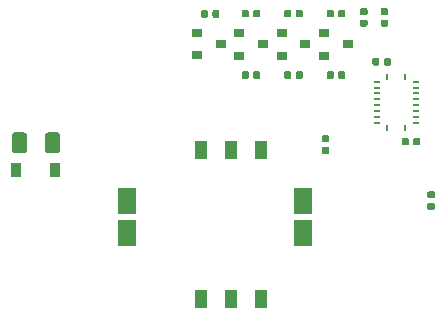
<source format=gbr>
G04 #@! TF.GenerationSoftware,KiCad,Pcbnew,(5.1.5-0-10_14)*
G04 #@! TF.CreationDate,2020-03-09T21:53:23-07:00*
G04 #@! TF.ProjectId,R1,52312e6b-6963-4616-945f-706362585858,rev?*
G04 #@! TF.SameCoordinates,Original*
G04 #@! TF.FileFunction,Paste,Bot*
G04 #@! TF.FilePolarity,Positive*
%FSLAX46Y46*%
G04 Gerber Fmt 4.6, Leading zero omitted, Abs format (unit mm)*
G04 Created by KiCad (PCBNEW (5.1.5-0-10_14)) date 2020-03-09 21:53:23*
%MOMM*%
%LPD*%
G04 APERTURE LIST*
%ADD10C,0.100000*%
%ADD11R,1.000000X1.500000*%
%ADD12R,1.500000X2.200000*%
%ADD13R,0.240000X0.600000*%
%ADD14R,0.600000X0.240000*%
%ADD15R,0.900000X0.800000*%
%ADD16R,0.900000X1.200000*%
G04 APERTURE END LIST*
D10*
G36*
X165386958Y-104690710D02*
G01*
X165401276Y-104692834D01*
X165415317Y-104696351D01*
X165428946Y-104701228D01*
X165442031Y-104707417D01*
X165454447Y-104714858D01*
X165466073Y-104723481D01*
X165476798Y-104733202D01*
X165486519Y-104743927D01*
X165495142Y-104755553D01*
X165502583Y-104767969D01*
X165508772Y-104781054D01*
X165513649Y-104794683D01*
X165517166Y-104808724D01*
X165519290Y-104823042D01*
X165520000Y-104837500D01*
X165520000Y-105132500D01*
X165519290Y-105146958D01*
X165517166Y-105161276D01*
X165513649Y-105175317D01*
X165508772Y-105188946D01*
X165502583Y-105202031D01*
X165495142Y-105214447D01*
X165486519Y-105226073D01*
X165476798Y-105236798D01*
X165466073Y-105246519D01*
X165454447Y-105255142D01*
X165442031Y-105262583D01*
X165428946Y-105268772D01*
X165415317Y-105273649D01*
X165401276Y-105277166D01*
X165386958Y-105279290D01*
X165372500Y-105280000D01*
X165027500Y-105280000D01*
X165013042Y-105279290D01*
X164998724Y-105277166D01*
X164984683Y-105273649D01*
X164971054Y-105268772D01*
X164957969Y-105262583D01*
X164945553Y-105255142D01*
X164933927Y-105246519D01*
X164923202Y-105236798D01*
X164913481Y-105226073D01*
X164904858Y-105214447D01*
X164897417Y-105202031D01*
X164891228Y-105188946D01*
X164886351Y-105175317D01*
X164882834Y-105161276D01*
X164880710Y-105146958D01*
X164880000Y-105132500D01*
X164880000Y-104837500D01*
X164880710Y-104823042D01*
X164882834Y-104808724D01*
X164886351Y-104794683D01*
X164891228Y-104781054D01*
X164897417Y-104767969D01*
X164904858Y-104755553D01*
X164913481Y-104743927D01*
X164923202Y-104733202D01*
X164933927Y-104723481D01*
X164945553Y-104714858D01*
X164957969Y-104707417D01*
X164971054Y-104701228D01*
X164984683Y-104696351D01*
X164998724Y-104692834D01*
X165013042Y-104690710D01*
X165027500Y-104690000D01*
X165372500Y-104690000D01*
X165386958Y-104690710D01*
G37*
G36*
X165386958Y-103720710D02*
G01*
X165401276Y-103722834D01*
X165415317Y-103726351D01*
X165428946Y-103731228D01*
X165442031Y-103737417D01*
X165454447Y-103744858D01*
X165466073Y-103753481D01*
X165476798Y-103763202D01*
X165486519Y-103773927D01*
X165495142Y-103785553D01*
X165502583Y-103797969D01*
X165508772Y-103811054D01*
X165513649Y-103824683D01*
X165517166Y-103838724D01*
X165519290Y-103853042D01*
X165520000Y-103867500D01*
X165520000Y-104162500D01*
X165519290Y-104176958D01*
X165517166Y-104191276D01*
X165513649Y-104205317D01*
X165508772Y-104218946D01*
X165502583Y-104232031D01*
X165495142Y-104244447D01*
X165486519Y-104256073D01*
X165476798Y-104266798D01*
X165466073Y-104276519D01*
X165454447Y-104285142D01*
X165442031Y-104292583D01*
X165428946Y-104298772D01*
X165415317Y-104303649D01*
X165401276Y-104307166D01*
X165386958Y-104309290D01*
X165372500Y-104310000D01*
X165027500Y-104310000D01*
X165013042Y-104309290D01*
X164998724Y-104307166D01*
X164984683Y-104303649D01*
X164971054Y-104298772D01*
X164957969Y-104292583D01*
X164945553Y-104285142D01*
X164933927Y-104276519D01*
X164923202Y-104266798D01*
X164913481Y-104256073D01*
X164904858Y-104244447D01*
X164897417Y-104232031D01*
X164891228Y-104218946D01*
X164886351Y-104205317D01*
X164882834Y-104191276D01*
X164880710Y-104176958D01*
X164880000Y-104162500D01*
X164880000Y-103867500D01*
X164880710Y-103853042D01*
X164882834Y-103838724D01*
X164886351Y-103824683D01*
X164891228Y-103811054D01*
X164897417Y-103797969D01*
X164904858Y-103785553D01*
X164913481Y-103773927D01*
X164923202Y-103763202D01*
X164933927Y-103753481D01*
X164945553Y-103744858D01*
X164957969Y-103737417D01*
X164971054Y-103731228D01*
X164984683Y-103726351D01*
X164998724Y-103722834D01*
X165013042Y-103720710D01*
X165027500Y-103720000D01*
X165372500Y-103720000D01*
X165386958Y-103720710D01*
G37*
D11*
X150790000Y-100200000D03*
X148250000Y-100200000D03*
X145710000Y-100200000D03*
X150790000Y-112800000D03*
X148250000Y-112800000D03*
X145710000Y-112800000D03*
D12*
X154340000Y-104550000D03*
X154340000Y-107250000D03*
X139440000Y-104550000D03*
X139440000Y-107250000D03*
D10*
G36*
X133549504Y-98726204D02*
G01*
X133573773Y-98729804D01*
X133597571Y-98735765D01*
X133620671Y-98744030D01*
X133642849Y-98754520D01*
X133663893Y-98767133D01*
X133683598Y-98781747D01*
X133701777Y-98798223D01*
X133718253Y-98816402D01*
X133732867Y-98836107D01*
X133745480Y-98857151D01*
X133755970Y-98879329D01*
X133764235Y-98902429D01*
X133770196Y-98926227D01*
X133773796Y-98950496D01*
X133775000Y-98975000D01*
X133775000Y-100225000D01*
X133773796Y-100249504D01*
X133770196Y-100273773D01*
X133764235Y-100297571D01*
X133755970Y-100320671D01*
X133745480Y-100342849D01*
X133732867Y-100363893D01*
X133718253Y-100383598D01*
X133701777Y-100401777D01*
X133683598Y-100418253D01*
X133663893Y-100432867D01*
X133642849Y-100445480D01*
X133620671Y-100455970D01*
X133597571Y-100464235D01*
X133573773Y-100470196D01*
X133549504Y-100473796D01*
X133525000Y-100475000D01*
X132775000Y-100475000D01*
X132750496Y-100473796D01*
X132726227Y-100470196D01*
X132702429Y-100464235D01*
X132679329Y-100455970D01*
X132657151Y-100445480D01*
X132636107Y-100432867D01*
X132616402Y-100418253D01*
X132598223Y-100401777D01*
X132581747Y-100383598D01*
X132567133Y-100363893D01*
X132554520Y-100342849D01*
X132544030Y-100320671D01*
X132535765Y-100297571D01*
X132529804Y-100273773D01*
X132526204Y-100249504D01*
X132525000Y-100225000D01*
X132525000Y-98975000D01*
X132526204Y-98950496D01*
X132529804Y-98926227D01*
X132535765Y-98902429D01*
X132544030Y-98879329D01*
X132554520Y-98857151D01*
X132567133Y-98836107D01*
X132581747Y-98816402D01*
X132598223Y-98798223D01*
X132616402Y-98781747D01*
X132636107Y-98767133D01*
X132657151Y-98754520D01*
X132679329Y-98744030D01*
X132702429Y-98735765D01*
X132726227Y-98729804D01*
X132750496Y-98726204D01*
X132775000Y-98725000D01*
X133525000Y-98725000D01*
X133549504Y-98726204D01*
G37*
G36*
X130749504Y-98726204D02*
G01*
X130773773Y-98729804D01*
X130797571Y-98735765D01*
X130820671Y-98744030D01*
X130842849Y-98754520D01*
X130863893Y-98767133D01*
X130883598Y-98781747D01*
X130901777Y-98798223D01*
X130918253Y-98816402D01*
X130932867Y-98836107D01*
X130945480Y-98857151D01*
X130955970Y-98879329D01*
X130964235Y-98902429D01*
X130970196Y-98926227D01*
X130973796Y-98950496D01*
X130975000Y-98975000D01*
X130975000Y-100225000D01*
X130973796Y-100249504D01*
X130970196Y-100273773D01*
X130964235Y-100297571D01*
X130955970Y-100320671D01*
X130945480Y-100342849D01*
X130932867Y-100363893D01*
X130918253Y-100383598D01*
X130901777Y-100401777D01*
X130883598Y-100418253D01*
X130863893Y-100432867D01*
X130842849Y-100445480D01*
X130820671Y-100455970D01*
X130797571Y-100464235D01*
X130773773Y-100470196D01*
X130749504Y-100473796D01*
X130725000Y-100475000D01*
X129975000Y-100475000D01*
X129950496Y-100473796D01*
X129926227Y-100470196D01*
X129902429Y-100464235D01*
X129879329Y-100455970D01*
X129857151Y-100445480D01*
X129836107Y-100432867D01*
X129816402Y-100418253D01*
X129798223Y-100401777D01*
X129781747Y-100383598D01*
X129767133Y-100363893D01*
X129754520Y-100342849D01*
X129744030Y-100320671D01*
X129735765Y-100297571D01*
X129729804Y-100273773D01*
X129726204Y-100249504D01*
X129725000Y-100225000D01*
X129725000Y-98975000D01*
X129726204Y-98950496D01*
X129729804Y-98926227D01*
X129735765Y-98902429D01*
X129744030Y-98879329D01*
X129754520Y-98857151D01*
X129767133Y-98836107D01*
X129781747Y-98816402D01*
X129798223Y-98798223D01*
X129816402Y-98781747D01*
X129836107Y-98767133D01*
X129857151Y-98754520D01*
X129879329Y-98744030D01*
X129902429Y-98735765D01*
X129926227Y-98729804D01*
X129950496Y-98726204D01*
X129975000Y-98725000D01*
X130725000Y-98725000D01*
X130749504Y-98726204D01*
G37*
D13*
X161506249Y-98331250D03*
X163006249Y-98331250D03*
D14*
X163906249Y-97931250D03*
X163906249Y-97431250D03*
X163906249Y-96931250D03*
X163906249Y-96431250D03*
X163906249Y-95931250D03*
X163906249Y-95431250D03*
X163906249Y-94931250D03*
X163906249Y-94431250D03*
D13*
X163006249Y-94031250D03*
X161506249Y-94031250D03*
D14*
X160606249Y-94431250D03*
X160606249Y-94931250D03*
X160606249Y-95431250D03*
X160606249Y-95931250D03*
X160606249Y-96431250D03*
X160606249Y-96931250D03*
X160606249Y-97431250D03*
X160606249Y-97931250D03*
D10*
G36*
X161436958Y-88205710D02*
G01*
X161451276Y-88207834D01*
X161465317Y-88211351D01*
X161478946Y-88216228D01*
X161492031Y-88222417D01*
X161504447Y-88229858D01*
X161516073Y-88238481D01*
X161526798Y-88248202D01*
X161536519Y-88258927D01*
X161545142Y-88270553D01*
X161552583Y-88282969D01*
X161558772Y-88296054D01*
X161563649Y-88309683D01*
X161567166Y-88323724D01*
X161569290Y-88338042D01*
X161570000Y-88352500D01*
X161570000Y-88647500D01*
X161569290Y-88661958D01*
X161567166Y-88676276D01*
X161563649Y-88690317D01*
X161558772Y-88703946D01*
X161552583Y-88717031D01*
X161545142Y-88729447D01*
X161536519Y-88741073D01*
X161526798Y-88751798D01*
X161516073Y-88761519D01*
X161504447Y-88770142D01*
X161492031Y-88777583D01*
X161478946Y-88783772D01*
X161465317Y-88788649D01*
X161451276Y-88792166D01*
X161436958Y-88794290D01*
X161422500Y-88795000D01*
X161077500Y-88795000D01*
X161063042Y-88794290D01*
X161048724Y-88792166D01*
X161034683Y-88788649D01*
X161021054Y-88783772D01*
X161007969Y-88777583D01*
X160995553Y-88770142D01*
X160983927Y-88761519D01*
X160973202Y-88751798D01*
X160963481Y-88741073D01*
X160954858Y-88729447D01*
X160947417Y-88717031D01*
X160941228Y-88703946D01*
X160936351Y-88690317D01*
X160932834Y-88676276D01*
X160930710Y-88661958D01*
X160930000Y-88647500D01*
X160930000Y-88352500D01*
X160930710Y-88338042D01*
X160932834Y-88323724D01*
X160936351Y-88309683D01*
X160941228Y-88296054D01*
X160947417Y-88282969D01*
X160954858Y-88270553D01*
X160963481Y-88258927D01*
X160973202Y-88248202D01*
X160983927Y-88238481D01*
X160995553Y-88229858D01*
X161007969Y-88222417D01*
X161021054Y-88216228D01*
X161034683Y-88211351D01*
X161048724Y-88207834D01*
X161063042Y-88205710D01*
X161077500Y-88205000D01*
X161422500Y-88205000D01*
X161436958Y-88205710D01*
G37*
G36*
X161436958Y-89175710D02*
G01*
X161451276Y-89177834D01*
X161465317Y-89181351D01*
X161478946Y-89186228D01*
X161492031Y-89192417D01*
X161504447Y-89199858D01*
X161516073Y-89208481D01*
X161526798Y-89218202D01*
X161536519Y-89228927D01*
X161545142Y-89240553D01*
X161552583Y-89252969D01*
X161558772Y-89266054D01*
X161563649Y-89279683D01*
X161567166Y-89293724D01*
X161569290Y-89308042D01*
X161570000Y-89322500D01*
X161570000Y-89617500D01*
X161569290Y-89631958D01*
X161567166Y-89646276D01*
X161563649Y-89660317D01*
X161558772Y-89673946D01*
X161552583Y-89687031D01*
X161545142Y-89699447D01*
X161536519Y-89711073D01*
X161526798Y-89721798D01*
X161516073Y-89731519D01*
X161504447Y-89740142D01*
X161492031Y-89747583D01*
X161478946Y-89753772D01*
X161465317Y-89758649D01*
X161451276Y-89762166D01*
X161436958Y-89764290D01*
X161422500Y-89765000D01*
X161077500Y-89765000D01*
X161063042Y-89764290D01*
X161048724Y-89762166D01*
X161034683Y-89758649D01*
X161021054Y-89753772D01*
X161007969Y-89747583D01*
X160995553Y-89740142D01*
X160983927Y-89731519D01*
X160973202Y-89721798D01*
X160963481Y-89711073D01*
X160954858Y-89699447D01*
X160947417Y-89687031D01*
X160941228Y-89673946D01*
X160936351Y-89660317D01*
X160932834Y-89646276D01*
X160930710Y-89631958D01*
X160930000Y-89617500D01*
X160930000Y-89322500D01*
X160930710Y-89308042D01*
X160932834Y-89293724D01*
X160936351Y-89279683D01*
X160941228Y-89266054D01*
X160947417Y-89252969D01*
X160954858Y-89240553D01*
X160963481Y-89228927D01*
X160973202Y-89218202D01*
X160983927Y-89208481D01*
X160995553Y-89199858D01*
X161007969Y-89192417D01*
X161021054Y-89186228D01*
X161034683Y-89181351D01*
X161048724Y-89177834D01*
X161063042Y-89175710D01*
X161077500Y-89175000D01*
X161422500Y-89175000D01*
X161436958Y-89175710D01*
G37*
G36*
X159686958Y-88205710D02*
G01*
X159701276Y-88207834D01*
X159715317Y-88211351D01*
X159728946Y-88216228D01*
X159742031Y-88222417D01*
X159754447Y-88229858D01*
X159766073Y-88238481D01*
X159776798Y-88248202D01*
X159786519Y-88258927D01*
X159795142Y-88270553D01*
X159802583Y-88282969D01*
X159808772Y-88296054D01*
X159813649Y-88309683D01*
X159817166Y-88323724D01*
X159819290Y-88338042D01*
X159820000Y-88352500D01*
X159820000Y-88647500D01*
X159819290Y-88661958D01*
X159817166Y-88676276D01*
X159813649Y-88690317D01*
X159808772Y-88703946D01*
X159802583Y-88717031D01*
X159795142Y-88729447D01*
X159786519Y-88741073D01*
X159776798Y-88751798D01*
X159766073Y-88761519D01*
X159754447Y-88770142D01*
X159742031Y-88777583D01*
X159728946Y-88783772D01*
X159715317Y-88788649D01*
X159701276Y-88792166D01*
X159686958Y-88794290D01*
X159672500Y-88795000D01*
X159327500Y-88795000D01*
X159313042Y-88794290D01*
X159298724Y-88792166D01*
X159284683Y-88788649D01*
X159271054Y-88783772D01*
X159257969Y-88777583D01*
X159245553Y-88770142D01*
X159233927Y-88761519D01*
X159223202Y-88751798D01*
X159213481Y-88741073D01*
X159204858Y-88729447D01*
X159197417Y-88717031D01*
X159191228Y-88703946D01*
X159186351Y-88690317D01*
X159182834Y-88676276D01*
X159180710Y-88661958D01*
X159180000Y-88647500D01*
X159180000Y-88352500D01*
X159180710Y-88338042D01*
X159182834Y-88323724D01*
X159186351Y-88309683D01*
X159191228Y-88296054D01*
X159197417Y-88282969D01*
X159204858Y-88270553D01*
X159213481Y-88258927D01*
X159223202Y-88248202D01*
X159233927Y-88238481D01*
X159245553Y-88229858D01*
X159257969Y-88222417D01*
X159271054Y-88216228D01*
X159284683Y-88211351D01*
X159298724Y-88207834D01*
X159313042Y-88205710D01*
X159327500Y-88205000D01*
X159672500Y-88205000D01*
X159686958Y-88205710D01*
G37*
G36*
X159686958Y-89175710D02*
G01*
X159701276Y-89177834D01*
X159715317Y-89181351D01*
X159728946Y-89186228D01*
X159742031Y-89192417D01*
X159754447Y-89199858D01*
X159766073Y-89208481D01*
X159776798Y-89218202D01*
X159786519Y-89228927D01*
X159795142Y-89240553D01*
X159802583Y-89252969D01*
X159808772Y-89266054D01*
X159813649Y-89279683D01*
X159817166Y-89293724D01*
X159819290Y-89308042D01*
X159820000Y-89322500D01*
X159820000Y-89617500D01*
X159819290Y-89631958D01*
X159817166Y-89646276D01*
X159813649Y-89660317D01*
X159808772Y-89673946D01*
X159802583Y-89687031D01*
X159795142Y-89699447D01*
X159786519Y-89711073D01*
X159776798Y-89721798D01*
X159766073Y-89731519D01*
X159754447Y-89740142D01*
X159742031Y-89747583D01*
X159728946Y-89753772D01*
X159715317Y-89758649D01*
X159701276Y-89762166D01*
X159686958Y-89764290D01*
X159672500Y-89765000D01*
X159327500Y-89765000D01*
X159313042Y-89764290D01*
X159298724Y-89762166D01*
X159284683Y-89758649D01*
X159271054Y-89753772D01*
X159257969Y-89747583D01*
X159245553Y-89740142D01*
X159233927Y-89731519D01*
X159223202Y-89721798D01*
X159213481Y-89711073D01*
X159204858Y-89699447D01*
X159197417Y-89687031D01*
X159191228Y-89673946D01*
X159186351Y-89660317D01*
X159182834Y-89646276D01*
X159180710Y-89631958D01*
X159180000Y-89617500D01*
X159180000Y-89322500D01*
X159180710Y-89308042D01*
X159182834Y-89293724D01*
X159186351Y-89279683D01*
X159191228Y-89266054D01*
X159197417Y-89252969D01*
X159204858Y-89240553D01*
X159213481Y-89228927D01*
X159223202Y-89218202D01*
X159233927Y-89208481D01*
X159245553Y-89199858D01*
X159257969Y-89192417D01*
X159271054Y-89186228D01*
X159284683Y-89181351D01*
X159298724Y-89177834D01*
X159313042Y-89175710D01*
X159327500Y-89175000D01*
X159672500Y-89175000D01*
X159686958Y-89175710D01*
G37*
G36*
X147146958Y-88380710D02*
G01*
X147161276Y-88382834D01*
X147175317Y-88386351D01*
X147188946Y-88391228D01*
X147202031Y-88397417D01*
X147214447Y-88404858D01*
X147226073Y-88413481D01*
X147236798Y-88423202D01*
X147246519Y-88433927D01*
X147255142Y-88445553D01*
X147262583Y-88457969D01*
X147268772Y-88471054D01*
X147273649Y-88484683D01*
X147277166Y-88498724D01*
X147279290Y-88513042D01*
X147280000Y-88527500D01*
X147280000Y-88872500D01*
X147279290Y-88886958D01*
X147277166Y-88901276D01*
X147273649Y-88915317D01*
X147268772Y-88928946D01*
X147262583Y-88942031D01*
X147255142Y-88954447D01*
X147246519Y-88966073D01*
X147236798Y-88976798D01*
X147226073Y-88986519D01*
X147214447Y-88995142D01*
X147202031Y-89002583D01*
X147188946Y-89008772D01*
X147175317Y-89013649D01*
X147161276Y-89017166D01*
X147146958Y-89019290D01*
X147132500Y-89020000D01*
X146837500Y-89020000D01*
X146823042Y-89019290D01*
X146808724Y-89017166D01*
X146794683Y-89013649D01*
X146781054Y-89008772D01*
X146767969Y-89002583D01*
X146755553Y-88995142D01*
X146743927Y-88986519D01*
X146733202Y-88976798D01*
X146723481Y-88966073D01*
X146714858Y-88954447D01*
X146707417Y-88942031D01*
X146701228Y-88928946D01*
X146696351Y-88915317D01*
X146692834Y-88901276D01*
X146690710Y-88886958D01*
X146690000Y-88872500D01*
X146690000Y-88527500D01*
X146690710Y-88513042D01*
X146692834Y-88498724D01*
X146696351Y-88484683D01*
X146701228Y-88471054D01*
X146707417Y-88457969D01*
X146714858Y-88445553D01*
X146723481Y-88433927D01*
X146733202Y-88423202D01*
X146743927Y-88413481D01*
X146755553Y-88404858D01*
X146767969Y-88397417D01*
X146781054Y-88391228D01*
X146794683Y-88386351D01*
X146808724Y-88382834D01*
X146823042Y-88380710D01*
X146837500Y-88380000D01*
X147132500Y-88380000D01*
X147146958Y-88380710D01*
G37*
G36*
X146176958Y-88380710D02*
G01*
X146191276Y-88382834D01*
X146205317Y-88386351D01*
X146218946Y-88391228D01*
X146232031Y-88397417D01*
X146244447Y-88404858D01*
X146256073Y-88413481D01*
X146266798Y-88423202D01*
X146276519Y-88433927D01*
X146285142Y-88445553D01*
X146292583Y-88457969D01*
X146298772Y-88471054D01*
X146303649Y-88484683D01*
X146307166Y-88498724D01*
X146309290Y-88513042D01*
X146310000Y-88527500D01*
X146310000Y-88872500D01*
X146309290Y-88886958D01*
X146307166Y-88901276D01*
X146303649Y-88915317D01*
X146298772Y-88928946D01*
X146292583Y-88942031D01*
X146285142Y-88954447D01*
X146276519Y-88966073D01*
X146266798Y-88976798D01*
X146256073Y-88986519D01*
X146244447Y-88995142D01*
X146232031Y-89002583D01*
X146218946Y-89008772D01*
X146205317Y-89013649D01*
X146191276Y-89017166D01*
X146176958Y-89019290D01*
X146162500Y-89020000D01*
X145867500Y-89020000D01*
X145853042Y-89019290D01*
X145838724Y-89017166D01*
X145824683Y-89013649D01*
X145811054Y-89008772D01*
X145797969Y-89002583D01*
X145785553Y-88995142D01*
X145773927Y-88986519D01*
X145763202Y-88976798D01*
X145753481Y-88966073D01*
X145744858Y-88954447D01*
X145737417Y-88942031D01*
X145731228Y-88928946D01*
X145726351Y-88915317D01*
X145722834Y-88901276D01*
X145720710Y-88886958D01*
X145720000Y-88872500D01*
X145720000Y-88527500D01*
X145720710Y-88513042D01*
X145722834Y-88498724D01*
X145726351Y-88484683D01*
X145731228Y-88471054D01*
X145737417Y-88457969D01*
X145744858Y-88445553D01*
X145753481Y-88433927D01*
X145763202Y-88423202D01*
X145773927Y-88413481D01*
X145785553Y-88404858D01*
X145797969Y-88397417D01*
X145811054Y-88391228D01*
X145824683Y-88386351D01*
X145838724Y-88382834D01*
X145853042Y-88380710D01*
X145867500Y-88380000D01*
X146162500Y-88380000D01*
X146176958Y-88380710D01*
G37*
G36*
X157796958Y-88355710D02*
G01*
X157811276Y-88357834D01*
X157825317Y-88361351D01*
X157838946Y-88366228D01*
X157852031Y-88372417D01*
X157864447Y-88379858D01*
X157876073Y-88388481D01*
X157886798Y-88398202D01*
X157896519Y-88408927D01*
X157905142Y-88420553D01*
X157912583Y-88432969D01*
X157918772Y-88446054D01*
X157923649Y-88459683D01*
X157927166Y-88473724D01*
X157929290Y-88488042D01*
X157930000Y-88502500D01*
X157930000Y-88847500D01*
X157929290Y-88861958D01*
X157927166Y-88876276D01*
X157923649Y-88890317D01*
X157918772Y-88903946D01*
X157912583Y-88917031D01*
X157905142Y-88929447D01*
X157896519Y-88941073D01*
X157886798Y-88951798D01*
X157876073Y-88961519D01*
X157864447Y-88970142D01*
X157852031Y-88977583D01*
X157838946Y-88983772D01*
X157825317Y-88988649D01*
X157811276Y-88992166D01*
X157796958Y-88994290D01*
X157782500Y-88995000D01*
X157487500Y-88995000D01*
X157473042Y-88994290D01*
X157458724Y-88992166D01*
X157444683Y-88988649D01*
X157431054Y-88983772D01*
X157417969Y-88977583D01*
X157405553Y-88970142D01*
X157393927Y-88961519D01*
X157383202Y-88951798D01*
X157373481Y-88941073D01*
X157364858Y-88929447D01*
X157357417Y-88917031D01*
X157351228Y-88903946D01*
X157346351Y-88890317D01*
X157342834Y-88876276D01*
X157340710Y-88861958D01*
X157340000Y-88847500D01*
X157340000Y-88502500D01*
X157340710Y-88488042D01*
X157342834Y-88473724D01*
X157346351Y-88459683D01*
X157351228Y-88446054D01*
X157357417Y-88432969D01*
X157364858Y-88420553D01*
X157373481Y-88408927D01*
X157383202Y-88398202D01*
X157393927Y-88388481D01*
X157405553Y-88379858D01*
X157417969Y-88372417D01*
X157431054Y-88366228D01*
X157444683Y-88361351D01*
X157458724Y-88357834D01*
X157473042Y-88355710D01*
X157487500Y-88355000D01*
X157782500Y-88355000D01*
X157796958Y-88355710D01*
G37*
G36*
X156826958Y-88355710D02*
G01*
X156841276Y-88357834D01*
X156855317Y-88361351D01*
X156868946Y-88366228D01*
X156882031Y-88372417D01*
X156894447Y-88379858D01*
X156906073Y-88388481D01*
X156916798Y-88398202D01*
X156926519Y-88408927D01*
X156935142Y-88420553D01*
X156942583Y-88432969D01*
X156948772Y-88446054D01*
X156953649Y-88459683D01*
X156957166Y-88473724D01*
X156959290Y-88488042D01*
X156960000Y-88502500D01*
X156960000Y-88847500D01*
X156959290Y-88861958D01*
X156957166Y-88876276D01*
X156953649Y-88890317D01*
X156948772Y-88903946D01*
X156942583Y-88917031D01*
X156935142Y-88929447D01*
X156926519Y-88941073D01*
X156916798Y-88951798D01*
X156906073Y-88961519D01*
X156894447Y-88970142D01*
X156882031Y-88977583D01*
X156868946Y-88983772D01*
X156855317Y-88988649D01*
X156841276Y-88992166D01*
X156826958Y-88994290D01*
X156812500Y-88995000D01*
X156517500Y-88995000D01*
X156503042Y-88994290D01*
X156488724Y-88992166D01*
X156474683Y-88988649D01*
X156461054Y-88983772D01*
X156447969Y-88977583D01*
X156435553Y-88970142D01*
X156423927Y-88961519D01*
X156413202Y-88951798D01*
X156403481Y-88941073D01*
X156394858Y-88929447D01*
X156387417Y-88917031D01*
X156381228Y-88903946D01*
X156376351Y-88890317D01*
X156372834Y-88876276D01*
X156370710Y-88861958D01*
X156370000Y-88847500D01*
X156370000Y-88502500D01*
X156370710Y-88488042D01*
X156372834Y-88473724D01*
X156376351Y-88459683D01*
X156381228Y-88446054D01*
X156387417Y-88432969D01*
X156394858Y-88420553D01*
X156403481Y-88408927D01*
X156413202Y-88398202D01*
X156423927Y-88388481D01*
X156435553Y-88379858D01*
X156447969Y-88372417D01*
X156461054Y-88366228D01*
X156474683Y-88361351D01*
X156488724Y-88357834D01*
X156503042Y-88355710D01*
X156517500Y-88355000D01*
X156812500Y-88355000D01*
X156826958Y-88355710D01*
G37*
G36*
X154196958Y-88355710D02*
G01*
X154211276Y-88357834D01*
X154225317Y-88361351D01*
X154238946Y-88366228D01*
X154252031Y-88372417D01*
X154264447Y-88379858D01*
X154276073Y-88388481D01*
X154286798Y-88398202D01*
X154296519Y-88408927D01*
X154305142Y-88420553D01*
X154312583Y-88432969D01*
X154318772Y-88446054D01*
X154323649Y-88459683D01*
X154327166Y-88473724D01*
X154329290Y-88488042D01*
X154330000Y-88502500D01*
X154330000Y-88847500D01*
X154329290Y-88861958D01*
X154327166Y-88876276D01*
X154323649Y-88890317D01*
X154318772Y-88903946D01*
X154312583Y-88917031D01*
X154305142Y-88929447D01*
X154296519Y-88941073D01*
X154286798Y-88951798D01*
X154276073Y-88961519D01*
X154264447Y-88970142D01*
X154252031Y-88977583D01*
X154238946Y-88983772D01*
X154225317Y-88988649D01*
X154211276Y-88992166D01*
X154196958Y-88994290D01*
X154182500Y-88995000D01*
X153887500Y-88995000D01*
X153873042Y-88994290D01*
X153858724Y-88992166D01*
X153844683Y-88988649D01*
X153831054Y-88983772D01*
X153817969Y-88977583D01*
X153805553Y-88970142D01*
X153793927Y-88961519D01*
X153783202Y-88951798D01*
X153773481Y-88941073D01*
X153764858Y-88929447D01*
X153757417Y-88917031D01*
X153751228Y-88903946D01*
X153746351Y-88890317D01*
X153742834Y-88876276D01*
X153740710Y-88861958D01*
X153740000Y-88847500D01*
X153740000Y-88502500D01*
X153740710Y-88488042D01*
X153742834Y-88473724D01*
X153746351Y-88459683D01*
X153751228Y-88446054D01*
X153757417Y-88432969D01*
X153764858Y-88420553D01*
X153773481Y-88408927D01*
X153783202Y-88398202D01*
X153793927Y-88388481D01*
X153805553Y-88379858D01*
X153817969Y-88372417D01*
X153831054Y-88366228D01*
X153844683Y-88361351D01*
X153858724Y-88357834D01*
X153873042Y-88355710D01*
X153887500Y-88355000D01*
X154182500Y-88355000D01*
X154196958Y-88355710D01*
G37*
G36*
X153226958Y-88355710D02*
G01*
X153241276Y-88357834D01*
X153255317Y-88361351D01*
X153268946Y-88366228D01*
X153282031Y-88372417D01*
X153294447Y-88379858D01*
X153306073Y-88388481D01*
X153316798Y-88398202D01*
X153326519Y-88408927D01*
X153335142Y-88420553D01*
X153342583Y-88432969D01*
X153348772Y-88446054D01*
X153353649Y-88459683D01*
X153357166Y-88473724D01*
X153359290Y-88488042D01*
X153360000Y-88502500D01*
X153360000Y-88847500D01*
X153359290Y-88861958D01*
X153357166Y-88876276D01*
X153353649Y-88890317D01*
X153348772Y-88903946D01*
X153342583Y-88917031D01*
X153335142Y-88929447D01*
X153326519Y-88941073D01*
X153316798Y-88951798D01*
X153306073Y-88961519D01*
X153294447Y-88970142D01*
X153282031Y-88977583D01*
X153268946Y-88983772D01*
X153255317Y-88988649D01*
X153241276Y-88992166D01*
X153226958Y-88994290D01*
X153212500Y-88995000D01*
X152917500Y-88995000D01*
X152903042Y-88994290D01*
X152888724Y-88992166D01*
X152874683Y-88988649D01*
X152861054Y-88983772D01*
X152847969Y-88977583D01*
X152835553Y-88970142D01*
X152823927Y-88961519D01*
X152813202Y-88951798D01*
X152803481Y-88941073D01*
X152794858Y-88929447D01*
X152787417Y-88917031D01*
X152781228Y-88903946D01*
X152776351Y-88890317D01*
X152772834Y-88876276D01*
X152770710Y-88861958D01*
X152770000Y-88847500D01*
X152770000Y-88502500D01*
X152770710Y-88488042D01*
X152772834Y-88473724D01*
X152776351Y-88459683D01*
X152781228Y-88446054D01*
X152787417Y-88432969D01*
X152794858Y-88420553D01*
X152803481Y-88408927D01*
X152813202Y-88398202D01*
X152823927Y-88388481D01*
X152835553Y-88379858D01*
X152847969Y-88372417D01*
X152861054Y-88366228D01*
X152874683Y-88361351D01*
X152888724Y-88357834D01*
X152903042Y-88355710D01*
X152917500Y-88355000D01*
X153212500Y-88355000D01*
X153226958Y-88355710D01*
G37*
G36*
X150596958Y-88355710D02*
G01*
X150611276Y-88357834D01*
X150625317Y-88361351D01*
X150638946Y-88366228D01*
X150652031Y-88372417D01*
X150664447Y-88379858D01*
X150676073Y-88388481D01*
X150686798Y-88398202D01*
X150696519Y-88408927D01*
X150705142Y-88420553D01*
X150712583Y-88432969D01*
X150718772Y-88446054D01*
X150723649Y-88459683D01*
X150727166Y-88473724D01*
X150729290Y-88488042D01*
X150730000Y-88502500D01*
X150730000Y-88847500D01*
X150729290Y-88861958D01*
X150727166Y-88876276D01*
X150723649Y-88890317D01*
X150718772Y-88903946D01*
X150712583Y-88917031D01*
X150705142Y-88929447D01*
X150696519Y-88941073D01*
X150686798Y-88951798D01*
X150676073Y-88961519D01*
X150664447Y-88970142D01*
X150652031Y-88977583D01*
X150638946Y-88983772D01*
X150625317Y-88988649D01*
X150611276Y-88992166D01*
X150596958Y-88994290D01*
X150582500Y-88995000D01*
X150287500Y-88995000D01*
X150273042Y-88994290D01*
X150258724Y-88992166D01*
X150244683Y-88988649D01*
X150231054Y-88983772D01*
X150217969Y-88977583D01*
X150205553Y-88970142D01*
X150193927Y-88961519D01*
X150183202Y-88951798D01*
X150173481Y-88941073D01*
X150164858Y-88929447D01*
X150157417Y-88917031D01*
X150151228Y-88903946D01*
X150146351Y-88890317D01*
X150142834Y-88876276D01*
X150140710Y-88861958D01*
X150140000Y-88847500D01*
X150140000Y-88502500D01*
X150140710Y-88488042D01*
X150142834Y-88473724D01*
X150146351Y-88459683D01*
X150151228Y-88446054D01*
X150157417Y-88432969D01*
X150164858Y-88420553D01*
X150173481Y-88408927D01*
X150183202Y-88398202D01*
X150193927Y-88388481D01*
X150205553Y-88379858D01*
X150217969Y-88372417D01*
X150231054Y-88366228D01*
X150244683Y-88361351D01*
X150258724Y-88357834D01*
X150273042Y-88355710D01*
X150287500Y-88355000D01*
X150582500Y-88355000D01*
X150596958Y-88355710D01*
G37*
G36*
X149626958Y-88355710D02*
G01*
X149641276Y-88357834D01*
X149655317Y-88361351D01*
X149668946Y-88366228D01*
X149682031Y-88372417D01*
X149694447Y-88379858D01*
X149706073Y-88388481D01*
X149716798Y-88398202D01*
X149726519Y-88408927D01*
X149735142Y-88420553D01*
X149742583Y-88432969D01*
X149748772Y-88446054D01*
X149753649Y-88459683D01*
X149757166Y-88473724D01*
X149759290Y-88488042D01*
X149760000Y-88502500D01*
X149760000Y-88847500D01*
X149759290Y-88861958D01*
X149757166Y-88876276D01*
X149753649Y-88890317D01*
X149748772Y-88903946D01*
X149742583Y-88917031D01*
X149735142Y-88929447D01*
X149726519Y-88941073D01*
X149716798Y-88951798D01*
X149706073Y-88961519D01*
X149694447Y-88970142D01*
X149682031Y-88977583D01*
X149668946Y-88983772D01*
X149655317Y-88988649D01*
X149641276Y-88992166D01*
X149626958Y-88994290D01*
X149612500Y-88995000D01*
X149317500Y-88995000D01*
X149303042Y-88994290D01*
X149288724Y-88992166D01*
X149274683Y-88988649D01*
X149261054Y-88983772D01*
X149247969Y-88977583D01*
X149235553Y-88970142D01*
X149223927Y-88961519D01*
X149213202Y-88951798D01*
X149203481Y-88941073D01*
X149194858Y-88929447D01*
X149187417Y-88917031D01*
X149181228Y-88903946D01*
X149176351Y-88890317D01*
X149172834Y-88876276D01*
X149170710Y-88861958D01*
X149170000Y-88847500D01*
X149170000Y-88502500D01*
X149170710Y-88488042D01*
X149172834Y-88473724D01*
X149176351Y-88459683D01*
X149181228Y-88446054D01*
X149187417Y-88432969D01*
X149194858Y-88420553D01*
X149203481Y-88408927D01*
X149213202Y-88398202D01*
X149223927Y-88388481D01*
X149235553Y-88379858D01*
X149247969Y-88372417D01*
X149261054Y-88366228D01*
X149274683Y-88361351D01*
X149288724Y-88357834D01*
X149303042Y-88355710D01*
X149317500Y-88355000D01*
X149612500Y-88355000D01*
X149626958Y-88355710D01*
G37*
G36*
X157796958Y-93555710D02*
G01*
X157811276Y-93557834D01*
X157825317Y-93561351D01*
X157838946Y-93566228D01*
X157852031Y-93572417D01*
X157864447Y-93579858D01*
X157876073Y-93588481D01*
X157886798Y-93598202D01*
X157896519Y-93608927D01*
X157905142Y-93620553D01*
X157912583Y-93632969D01*
X157918772Y-93646054D01*
X157923649Y-93659683D01*
X157927166Y-93673724D01*
X157929290Y-93688042D01*
X157930000Y-93702500D01*
X157930000Y-94047500D01*
X157929290Y-94061958D01*
X157927166Y-94076276D01*
X157923649Y-94090317D01*
X157918772Y-94103946D01*
X157912583Y-94117031D01*
X157905142Y-94129447D01*
X157896519Y-94141073D01*
X157886798Y-94151798D01*
X157876073Y-94161519D01*
X157864447Y-94170142D01*
X157852031Y-94177583D01*
X157838946Y-94183772D01*
X157825317Y-94188649D01*
X157811276Y-94192166D01*
X157796958Y-94194290D01*
X157782500Y-94195000D01*
X157487500Y-94195000D01*
X157473042Y-94194290D01*
X157458724Y-94192166D01*
X157444683Y-94188649D01*
X157431054Y-94183772D01*
X157417969Y-94177583D01*
X157405553Y-94170142D01*
X157393927Y-94161519D01*
X157383202Y-94151798D01*
X157373481Y-94141073D01*
X157364858Y-94129447D01*
X157357417Y-94117031D01*
X157351228Y-94103946D01*
X157346351Y-94090317D01*
X157342834Y-94076276D01*
X157340710Y-94061958D01*
X157340000Y-94047500D01*
X157340000Y-93702500D01*
X157340710Y-93688042D01*
X157342834Y-93673724D01*
X157346351Y-93659683D01*
X157351228Y-93646054D01*
X157357417Y-93632969D01*
X157364858Y-93620553D01*
X157373481Y-93608927D01*
X157383202Y-93598202D01*
X157393927Y-93588481D01*
X157405553Y-93579858D01*
X157417969Y-93572417D01*
X157431054Y-93566228D01*
X157444683Y-93561351D01*
X157458724Y-93557834D01*
X157473042Y-93555710D01*
X157487500Y-93555000D01*
X157782500Y-93555000D01*
X157796958Y-93555710D01*
G37*
G36*
X156826958Y-93555710D02*
G01*
X156841276Y-93557834D01*
X156855317Y-93561351D01*
X156868946Y-93566228D01*
X156882031Y-93572417D01*
X156894447Y-93579858D01*
X156906073Y-93588481D01*
X156916798Y-93598202D01*
X156926519Y-93608927D01*
X156935142Y-93620553D01*
X156942583Y-93632969D01*
X156948772Y-93646054D01*
X156953649Y-93659683D01*
X156957166Y-93673724D01*
X156959290Y-93688042D01*
X156960000Y-93702500D01*
X156960000Y-94047500D01*
X156959290Y-94061958D01*
X156957166Y-94076276D01*
X156953649Y-94090317D01*
X156948772Y-94103946D01*
X156942583Y-94117031D01*
X156935142Y-94129447D01*
X156926519Y-94141073D01*
X156916798Y-94151798D01*
X156906073Y-94161519D01*
X156894447Y-94170142D01*
X156882031Y-94177583D01*
X156868946Y-94183772D01*
X156855317Y-94188649D01*
X156841276Y-94192166D01*
X156826958Y-94194290D01*
X156812500Y-94195000D01*
X156517500Y-94195000D01*
X156503042Y-94194290D01*
X156488724Y-94192166D01*
X156474683Y-94188649D01*
X156461054Y-94183772D01*
X156447969Y-94177583D01*
X156435553Y-94170142D01*
X156423927Y-94161519D01*
X156413202Y-94151798D01*
X156403481Y-94141073D01*
X156394858Y-94129447D01*
X156387417Y-94117031D01*
X156381228Y-94103946D01*
X156376351Y-94090317D01*
X156372834Y-94076276D01*
X156370710Y-94061958D01*
X156370000Y-94047500D01*
X156370000Y-93702500D01*
X156370710Y-93688042D01*
X156372834Y-93673724D01*
X156376351Y-93659683D01*
X156381228Y-93646054D01*
X156387417Y-93632969D01*
X156394858Y-93620553D01*
X156403481Y-93608927D01*
X156413202Y-93598202D01*
X156423927Y-93588481D01*
X156435553Y-93579858D01*
X156447969Y-93572417D01*
X156461054Y-93566228D01*
X156474683Y-93561351D01*
X156488724Y-93557834D01*
X156503042Y-93555710D01*
X156517500Y-93555000D01*
X156812500Y-93555000D01*
X156826958Y-93555710D01*
G37*
G36*
X154196958Y-93555710D02*
G01*
X154211276Y-93557834D01*
X154225317Y-93561351D01*
X154238946Y-93566228D01*
X154252031Y-93572417D01*
X154264447Y-93579858D01*
X154276073Y-93588481D01*
X154286798Y-93598202D01*
X154296519Y-93608927D01*
X154305142Y-93620553D01*
X154312583Y-93632969D01*
X154318772Y-93646054D01*
X154323649Y-93659683D01*
X154327166Y-93673724D01*
X154329290Y-93688042D01*
X154330000Y-93702500D01*
X154330000Y-94047500D01*
X154329290Y-94061958D01*
X154327166Y-94076276D01*
X154323649Y-94090317D01*
X154318772Y-94103946D01*
X154312583Y-94117031D01*
X154305142Y-94129447D01*
X154296519Y-94141073D01*
X154286798Y-94151798D01*
X154276073Y-94161519D01*
X154264447Y-94170142D01*
X154252031Y-94177583D01*
X154238946Y-94183772D01*
X154225317Y-94188649D01*
X154211276Y-94192166D01*
X154196958Y-94194290D01*
X154182500Y-94195000D01*
X153887500Y-94195000D01*
X153873042Y-94194290D01*
X153858724Y-94192166D01*
X153844683Y-94188649D01*
X153831054Y-94183772D01*
X153817969Y-94177583D01*
X153805553Y-94170142D01*
X153793927Y-94161519D01*
X153783202Y-94151798D01*
X153773481Y-94141073D01*
X153764858Y-94129447D01*
X153757417Y-94117031D01*
X153751228Y-94103946D01*
X153746351Y-94090317D01*
X153742834Y-94076276D01*
X153740710Y-94061958D01*
X153740000Y-94047500D01*
X153740000Y-93702500D01*
X153740710Y-93688042D01*
X153742834Y-93673724D01*
X153746351Y-93659683D01*
X153751228Y-93646054D01*
X153757417Y-93632969D01*
X153764858Y-93620553D01*
X153773481Y-93608927D01*
X153783202Y-93598202D01*
X153793927Y-93588481D01*
X153805553Y-93579858D01*
X153817969Y-93572417D01*
X153831054Y-93566228D01*
X153844683Y-93561351D01*
X153858724Y-93557834D01*
X153873042Y-93555710D01*
X153887500Y-93555000D01*
X154182500Y-93555000D01*
X154196958Y-93555710D01*
G37*
G36*
X153226958Y-93555710D02*
G01*
X153241276Y-93557834D01*
X153255317Y-93561351D01*
X153268946Y-93566228D01*
X153282031Y-93572417D01*
X153294447Y-93579858D01*
X153306073Y-93588481D01*
X153316798Y-93598202D01*
X153326519Y-93608927D01*
X153335142Y-93620553D01*
X153342583Y-93632969D01*
X153348772Y-93646054D01*
X153353649Y-93659683D01*
X153357166Y-93673724D01*
X153359290Y-93688042D01*
X153360000Y-93702500D01*
X153360000Y-94047500D01*
X153359290Y-94061958D01*
X153357166Y-94076276D01*
X153353649Y-94090317D01*
X153348772Y-94103946D01*
X153342583Y-94117031D01*
X153335142Y-94129447D01*
X153326519Y-94141073D01*
X153316798Y-94151798D01*
X153306073Y-94161519D01*
X153294447Y-94170142D01*
X153282031Y-94177583D01*
X153268946Y-94183772D01*
X153255317Y-94188649D01*
X153241276Y-94192166D01*
X153226958Y-94194290D01*
X153212500Y-94195000D01*
X152917500Y-94195000D01*
X152903042Y-94194290D01*
X152888724Y-94192166D01*
X152874683Y-94188649D01*
X152861054Y-94183772D01*
X152847969Y-94177583D01*
X152835553Y-94170142D01*
X152823927Y-94161519D01*
X152813202Y-94151798D01*
X152803481Y-94141073D01*
X152794858Y-94129447D01*
X152787417Y-94117031D01*
X152781228Y-94103946D01*
X152776351Y-94090317D01*
X152772834Y-94076276D01*
X152770710Y-94061958D01*
X152770000Y-94047500D01*
X152770000Y-93702500D01*
X152770710Y-93688042D01*
X152772834Y-93673724D01*
X152776351Y-93659683D01*
X152781228Y-93646054D01*
X152787417Y-93632969D01*
X152794858Y-93620553D01*
X152803481Y-93608927D01*
X152813202Y-93598202D01*
X152823927Y-93588481D01*
X152835553Y-93579858D01*
X152847969Y-93572417D01*
X152861054Y-93566228D01*
X152874683Y-93561351D01*
X152888724Y-93557834D01*
X152903042Y-93555710D01*
X152917500Y-93555000D01*
X153212500Y-93555000D01*
X153226958Y-93555710D01*
G37*
G36*
X150596958Y-93555710D02*
G01*
X150611276Y-93557834D01*
X150625317Y-93561351D01*
X150638946Y-93566228D01*
X150652031Y-93572417D01*
X150664447Y-93579858D01*
X150676073Y-93588481D01*
X150686798Y-93598202D01*
X150696519Y-93608927D01*
X150705142Y-93620553D01*
X150712583Y-93632969D01*
X150718772Y-93646054D01*
X150723649Y-93659683D01*
X150727166Y-93673724D01*
X150729290Y-93688042D01*
X150730000Y-93702500D01*
X150730000Y-94047500D01*
X150729290Y-94061958D01*
X150727166Y-94076276D01*
X150723649Y-94090317D01*
X150718772Y-94103946D01*
X150712583Y-94117031D01*
X150705142Y-94129447D01*
X150696519Y-94141073D01*
X150686798Y-94151798D01*
X150676073Y-94161519D01*
X150664447Y-94170142D01*
X150652031Y-94177583D01*
X150638946Y-94183772D01*
X150625317Y-94188649D01*
X150611276Y-94192166D01*
X150596958Y-94194290D01*
X150582500Y-94195000D01*
X150287500Y-94195000D01*
X150273042Y-94194290D01*
X150258724Y-94192166D01*
X150244683Y-94188649D01*
X150231054Y-94183772D01*
X150217969Y-94177583D01*
X150205553Y-94170142D01*
X150193927Y-94161519D01*
X150183202Y-94151798D01*
X150173481Y-94141073D01*
X150164858Y-94129447D01*
X150157417Y-94117031D01*
X150151228Y-94103946D01*
X150146351Y-94090317D01*
X150142834Y-94076276D01*
X150140710Y-94061958D01*
X150140000Y-94047500D01*
X150140000Y-93702500D01*
X150140710Y-93688042D01*
X150142834Y-93673724D01*
X150146351Y-93659683D01*
X150151228Y-93646054D01*
X150157417Y-93632969D01*
X150164858Y-93620553D01*
X150173481Y-93608927D01*
X150183202Y-93598202D01*
X150193927Y-93588481D01*
X150205553Y-93579858D01*
X150217969Y-93572417D01*
X150231054Y-93566228D01*
X150244683Y-93561351D01*
X150258724Y-93557834D01*
X150273042Y-93555710D01*
X150287500Y-93555000D01*
X150582500Y-93555000D01*
X150596958Y-93555710D01*
G37*
G36*
X149626958Y-93555710D02*
G01*
X149641276Y-93557834D01*
X149655317Y-93561351D01*
X149668946Y-93566228D01*
X149682031Y-93572417D01*
X149694447Y-93579858D01*
X149706073Y-93588481D01*
X149716798Y-93598202D01*
X149726519Y-93608927D01*
X149735142Y-93620553D01*
X149742583Y-93632969D01*
X149748772Y-93646054D01*
X149753649Y-93659683D01*
X149757166Y-93673724D01*
X149759290Y-93688042D01*
X149760000Y-93702500D01*
X149760000Y-94047500D01*
X149759290Y-94061958D01*
X149757166Y-94076276D01*
X149753649Y-94090317D01*
X149748772Y-94103946D01*
X149742583Y-94117031D01*
X149735142Y-94129447D01*
X149726519Y-94141073D01*
X149716798Y-94151798D01*
X149706073Y-94161519D01*
X149694447Y-94170142D01*
X149682031Y-94177583D01*
X149668946Y-94183772D01*
X149655317Y-94188649D01*
X149641276Y-94192166D01*
X149626958Y-94194290D01*
X149612500Y-94195000D01*
X149317500Y-94195000D01*
X149303042Y-94194290D01*
X149288724Y-94192166D01*
X149274683Y-94188649D01*
X149261054Y-94183772D01*
X149247969Y-94177583D01*
X149235553Y-94170142D01*
X149223927Y-94161519D01*
X149213202Y-94151798D01*
X149203481Y-94141073D01*
X149194858Y-94129447D01*
X149187417Y-94117031D01*
X149181228Y-94103946D01*
X149176351Y-94090317D01*
X149172834Y-94076276D01*
X149170710Y-94061958D01*
X149170000Y-94047500D01*
X149170000Y-93702500D01*
X149170710Y-93688042D01*
X149172834Y-93673724D01*
X149176351Y-93659683D01*
X149181228Y-93646054D01*
X149187417Y-93632969D01*
X149194858Y-93620553D01*
X149203481Y-93608927D01*
X149213202Y-93598202D01*
X149223927Y-93588481D01*
X149235553Y-93579858D01*
X149247969Y-93572417D01*
X149261054Y-93566228D01*
X149274683Y-93561351D01*
X149288724Y-93557834D01*
X149303042Y-93555710D01*
X149317500Y-93555000D01*
X149612500Y-93555000D01*
X149626958Y-93555710D01*
G37*
G36*
X160691958Y-92430710D02*
G01*
X160706276Y-92432834D01*
X160720317Y-92436351D01*
X160733946Y-92441228D01*
X160747031Y-92447417D01*
X160759447Y-92454858D01*
X160771073Y-92463481D01*
X160781798Y-92473202D01*
X160791519Y-92483927D01*
X160800142Y-92495553D01*
X160807583Y-92507969D01*
X160813772Y-92521054D01*
X160818649Y-92534683D01*
X160822166Y-92548724D01*
X160824290Y-92563042D01*
X160825000Y-92577500D01*
X160825000Y-92922500D01*
X160824290Y-92936958D01*
X160822166Y-92951276D01*
X160818649Y-92965317D01*
X160813772Y-92978946D01*
X160807583Y-92992031D01*
X160800142Y-93004447D01*
X160791519Y-93016073D01*
X160781798Y-93026798D01*
X160771073Y-93036519D01*
X160759447Y-93045142D01*
X160747031Y-93052583D01*
X160733946Y-93058772D01*
X160720317Y-93063649D01*
X160706276Y-93067166D01*
X160691958Y-93069290D01*
X160677500Y-93070000D01*
X160382500Y-93070000D01*
X160368042Y-93069290D01*
X160353724Y-93067166D01*
X160339683Y-93063649D01*
X160326054Y-93058772D01*
X160312969Y-93052583D01*
X160300553Y-93045142D01*
X160288927Y-93036519D01*
X160278202Y-93026798D01*
X160268481Y-93016073D01*
X160259858Y-93004447D01*
X160252417Y-92992031D01*
X160246228Y-92978946D01*
X160241351Y-92965317D01*
X160237834Y-92951276D01*
X160235710Y-92936958D01*
X160235000Y-92922500D01*
X160235000Y-92577500D01*
X160235710Y-92563042D01*
X160237834Y-92548724D01*
X160241351Y-92534683D01*
X160246228Y-92521054D01*
X160252417Y-92507969D01*
X160259858Y-92495553D01*
X160268481Y-92483927D01*
X160278202Y-92473202D01*
X160288927Y-92463481D01*
X160300553Y-92454858D01*
X160312969Y-92447417D01*
X160326054Y-92441228D01*
X160339683Y-92436351D01*
X160353724Y-92432834D01*
X160368042Y-92430710D01*
X160382500Y-92430000D01*
X160677500Y-92430000D01*
X160691958Y-92430710D01*
G37*
G36*
X161661958Y-92430710D02*
G01*
X161676276Y-92432834D01*
X161690317Y-92436351D01*
X161703946Y-92441228D01*
X161717031Y-92447417D01*
X161729447Y-92454858D01*
X161741073Y-92463481D01*
X161751798Y-92473202D01*
X161761519Y-92483927D01*
X161770142Y-92495553D01*
X161777583Y-92507969D01*
X161783772Y-92521054D01*
X161788649Y-92534683D01*
X161792166Y-92548724D01*
X161794290Y-92563042D01*
X161795000Y-92577500D01*
X161795000Y-92922500D01*
X161794290Y-92936958D01*
X161792166Y-92951276D01*
X161788649Y-92965317D01*
X161783772Y-92978946D01*
X161777583Y-92992031D01*
X161770142Y-93004447D01*
X161761519Y-93016073D01*
X161751798Y-93026798D01*
X161741073Y-93036519D01*
X161729447Y-93045142D01*
X161717031Y-93052583D01*
X161703946Y-93058772D01*
X161690317Y-93063649D01*
X161676276Y-93067166D01*
X161661958Y-93069290D01*
X161647500Y-93070000D01*
X161352500Y-93070000D01*
X161338042Y-93069290D01*
X161323724Y-93067166D01*
X161309683Y-93063649D01*
X161296054Y-93058772D01*
X161282969Y-93052583D01*
X161270553Y-93045142D01*
X161258927Y-93036519D01*
X161248202Y-93026798D01*
X161238481Y-93016073D01*
X161229858Y-93004447D01*
X161222417Y-92992031D01*
X161216228Y-92978946D01*
X161211351Y-92965317D01*
X161207834Y-92951276D01*
X161205710Y-92936958D01*
X161205000Y-92922500D01*
X161205000Y-92577500D01*
X161205710Y-92563042D01*
X161207834Y-92548724D01*
X161211351Y-92534683D01*
X161216228Y-92521054D01*
X161222417Y-92507969D01*
X161229858Y-92495553D01*
X161238481Y-92483927D01*
X161248202Y-92473202D01*
X161258927Y-92463481D01*
X161270553Y-92454858D01*
X161282969Y-92447417D01*
X161296054Y-92441228D01*
X161309683Y-92436351D01*
X161323724Y-92432834D01*
X161338042Y-92430710D01*
X161352500Y-92430000D01*
X161647500Y-92430000D01*
X161661958Y-92430710D01*
G37*
D15*
X145400000Y-92200000D03*
X145400000Y-90300000D03*
X147400000Y-91250000D03*
D16*
X133350000Y-101900000D03*
X130050000Y-101900000D03*
D10*
G36*
X156436958Y-99955710D02*
G01*
X156451276Y-99957834D01*
X156465317Y-99961351D01*
X156478946Y-99966228D01*
X156492031Y-99972417D01*
X156504447Y-99979858D01*
X156516073Y-99988481D01*
X156526798Y-99998202D01*
X156536519Y-100008927D01*
X156545142Y-100020553D01*
X156552583Y-100032969D01*
X156558772Y-100046054D01*
X156563649Y-100059683D01*
X156567166Y-100073724D01*
X156569290Y-100088042D01*
X156570000Y-100102500D01*
X156570000Y-100397500D01*
X156569290Y-100411958D01*
X156567166Y-100426276D01*
X156563649Y-100440317D01*
X156558772Y-100453946D01*
X156552583Y-100467031D01*
X156545142Y-100479447D01*
X156536519Y-100491073D01*
X156526798Y-100501798D01*
X156516073Y-100511519D01*
X156504447Y-100520142D01*
X156492031Y-100527583D01*
X156478946Y-100533772D01*
X156465317Y-100538649D01*
X156451276Y-100542166D01*
X156436958Y-100544290D01*
X156422500Y-100545000D01*
X156077500Y-100545000D01*
X156063042Y-100544290D01*
X156048724Y-100542166D01*
X156034683Y-100538649D01*
X156021054Y-100533772D01*
X156007969Y-100527583D01*
X155995553Y-100520142D01*
X155983927Y-100511519D01*
X155973202Y-100501798D01*
X155963481Y-100491073D01*
X155954858Y-100479447D01*
X155947417Y-100467031D01*
X155941228Y-100453946D01*
X155936351Y-100440317D01*
X155932834Y-100426276D01*
X155930710Y-100411958D01*
X155930000Y-100397500D01*
X155930000Y-100102500D01*
X155930710Y-100088042D01*
X155932834Y-100073724D01*
X155936351Y-100059683D01*
X155941228Y-100046054D01*
X155947417Y-100032969D01*
X155954858Y-100020553D01*
X155963481Y-100008927D01*
X155973202Y-99998202D01*
X155983927Y-99988481D01*
X155995553Y-99979858D01*
X156007969Y-99972417D01*
X156021054Y-99966228D01*
X156034683Y-99961351D01*
X156048724Y-99957834D01*
X156063042Y-99955710D01*
X156077500Y-99955000D01*
X156422500Y-99955000D01*
X156436958Y-99955710D01*
G37*
G36*
X156436958Y-98985710D02*
G01*
X156451276Y-98987834D01*
X156465317Y-98991351D01*
X156478946Y-98996228D01*
X156492031Y-99002417D01*
X156504447Y-99009858D01*
X156516073Y-99018481D01*
X156526798Y-99028202D01*
X156536519Y-99038927D01*
X156545142Y-99050553D01*
X156552583Y-99062969D01*
X156558772Y-99076054D01*
X156563649Y-99089683D01*
X156567166Y-99103724D01*
X156569290Y-99118042D01*
X156570000Y-99132500D01*
X156570000Y-99427500D01*
X156569290Y-99441958D01*
X156567166Y-99456276D01*
X156563649Y-99470317D01*
X156558772Y-99483946D01*
X156552583Y-99497031D01*
X156545142Y-99509447D01*
X156536519Y-99521073D01*
X156526798Y-99531798D01*
X156516073Y-99541519D01*
X156504447Y-99550142D01*
X156492031Y-99557583D01*
X156478946Y-99563772D01*
X156465317Y-99568649D01*
X156451276Y-99572166D01*
X156436958Y-99574290D01*
X156422500Y-99575000D01*
X156077500Y-99575000D01*
X156063042Y-99574290D01*
X156048724Y-99572166D01*
X156034683Y-99568649D01*
X156021054Y-99563772D01*
X156007969Y-99557583D01*
X155995553Y-99550142D01*
X155983927Y-99541519D01*
X155973202Y-99531798D01*
X155963481Y-99521073D01*
X155954858Y-99509447D01*
X155947417Y-99497031D01*
X155941228Y-99483946D01*
X155936351Y-99470317D01*
X155932834Y-99456276D01*
X155930710Y-99441958D01*
X155930000Y-99427500D01*
X155930000Y-99132500D01*
X155930710Y-99118042D01*
X155932834Y-99103724D01*
X155936351Y-99089683D01*
X155941228Y-99076054D01*
X155947417Y-99062969D01*
X155954858Y-99050553D01*
X155963481Y-99038927D01*
X155973202Y-99028202D01*
X155983927Y-99018481D01*
X155995553Y-99009858D01*
X156007969Y-99002417D01*
X156021054Y-98996228D01*
X156034683Y-98991351D01*
X156048724Y-98987834D01*
X156063042Y-98985710D01*
X156077500Y-98985000D01*
X156422500Y-98985000D01*
X156436958Y-98985710D01*
G37*
G36*
X164146958Y-99180710D02*
G01*
X164161276Y-99182834D01*
X164175317Y-99186351D01*
X164188946Y-99191228D01*
X164202031Y-99197417D01*
X164214447Y-99204858D01*
X164226073Y-99213481D01*
X164236798Y-99223202D01*
X164246519Y-99233927D01*
X164255142Y-99245553D01*
X164262583Y-99257969D01*
X164268772Y-99271054D01*
X164273649Y-99284683D01*
X164277166Y-99298724D01*
X164279290Y-99313042D01*
X164280000Y-99327500D01*
X164280000Y-99672500D01*
X164279290Y-99686958D01*
X164277166Y-99701276D01*
X164273649Y-99715317D01*
X164268772Y-99728946D01*
X164262583Y-99742031D01*
X164255142Y-99754447D01*
X164246519Y-99766073D01*
X164236798Y-99776798D01*
X164226073Y-99786519D01*
X164214447Y-99795142D01*
X164202031Y-99802583D01*
X164188946Y-99808772D01*
X164175317Y-99813649D01*
X164161276Y-99817166D01*
X164146958Y-99819290D01*
X164132500Y-99820000D01*
X163837500Y-99820000D01*
X163823042Y-99819290D01*
X163808724Y-99817166D01*
X163794683Y-99813649D01*
X163781054Y-99808772D01*
X163767969Y-99802583D01*
X163755553Y-99795142D01*
X163743927Y-99786519D01*
X163733202Y-99776798D01*
X163723481Y-99766073D01*
X163714858Y-99754447D01*
X163707417Y-99742031D01*
X163701228Y-99728946D01*
X163696351Y-99715317D01*
X163692834Y-99701276D01*
X163690710Y-99686958D01*
X163690000Y-99672500D01*
X163690000Y-99327500D01*
X163690710Y-99313042D01*
X163692834Y-99298724D01*
X163696351Y-99284683D01*
X163701228Y-99271054D01*
X163707417Y-99257969D01*
X163714858Y-99245553D01*
X163723481Y-99233927D01*
X163733202Y-99223202D01*
X163743927Y-99213481D01*
X163755553Y-99204858D01*
X163767969Y-99197417D01*
X163781054Y-99191228D01*
X163794683Y-99186351D01*
X163808724Y-99182834D01*
X163823042Y-99180710D01*
X163837500Y-99180000D01*
X164132500Y-99180000D01*
X164146958Y-99180710D01*
G37*
G36*
X163176958Y-99180710D02*
G01*
X163191276Y-99182834D01*
X163205317Y-99186351D01*
X163218946Y-99191228D01*
X163232031Y-99197417D01*
X163244447Y-99204858D01*
X163256073Y-99213481D01*
X163266798Y-99223202D01*
X163276519Y-99233927D01*
X163285142Y-99245553D01*
X163292583Y-99257969D01*
X163298772Y-99271054D01*
X163303649Y-99284683D01*
X163307166Y-99298724D01*
X163309290Y-99313042D01*
X163310000Y-99327500D01*
X163310000Y-99672500D01*
X163309290Y-99686958D01*
X163307166Y-99701276D01*
X163303649Y-99715317D01*
X163298772Y-99728946D01*
X163292583Y-99742031D01*
X163285142Y-99754447D01*
X163276519Y-99766073D01*
X163266798Y-99776798D01*
X163256073Y-99786519D01*
X163244447Y-99795142D01*
X163232031Y-99802583D01*
X163218946Y-99808772D01*
X163205317Y-99813649D01*
X163191276Y-99817166D01*
X163176958Y-99819290D01*
X163162500Y-99820000D01*
X162867500Y-99820000D01*
X162853042Y-99819290D01*
X162838724Y-99817166D01*
X162824683Y-99813649D01*
X162811054Y-99808772D01*
X162797969Y-99802583D01*
X162785553Y-99795142D01*
X162773927Y-99786519D01*
X162763202Y-99776798D01*
X162753481Y-99766073D01*
X162744858Y-99754447D01*
X162737417Y-99742031D01*
X162731228Y-99728946D01*
X162726351Y-99715317D01*
X162722834Y-99701276D01*
X162720710Y-99686958D01*
X162720000Y-99672500D01*
X162720000Y-99327500D01*
X162720710Y-99313042D01*
X162722834Y-99298724D01*
X162726351Y-99284683D01*
X162731228Y-99271054D01*
X162737417Y-99257969D01*
X162744858Y-99245553D01*
X162753481Y-99233927D01*
X162763202Y-99223202D01*
X162773927Y-99213481D01*
X162785553Y-99204858D01*
X162797969Y-99197417D01*
X162811054Y-99191228D01*
X162824683Y-99186351D01*
X162838724Y-99182834D01*
X162853042Y-99180710D01*
X162867500Y-99180000D01*
X163162500Y-99180000D01*
X163176958Y-99180710D01*
G37*
D15*
X158150000Y-91275000D03*
X156150000Y-90325000D03*
X156150000Y-92225000D03*
X154550000Y-91275000D03*
X152550000Y-90325000D03*
X152550000Y-92225000D03*
X150950000Y-91275000D03*
X148950000Y-90325000D03*
X148950000Y-92225000D03*
M02*

</source>
